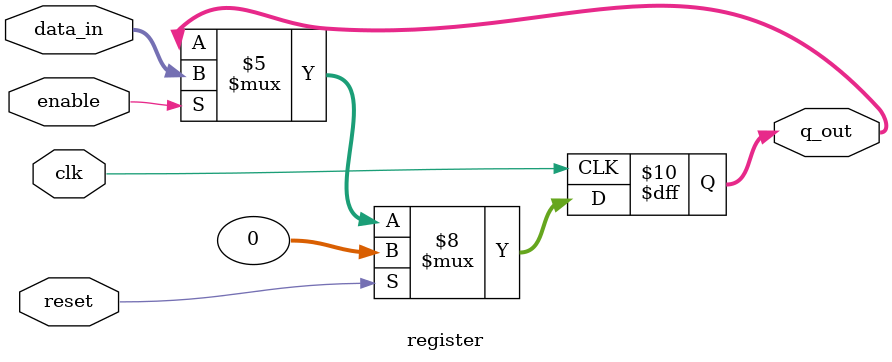
<source format=v>
module register #(parameter W = 32, parameter D = 0)(input clk, input reset, input [W-1:0] data_in, 
		output reg [W-1:0] q_out, input enable);

always@(posedge clk)
	if (reset == 1'b1) begin
		q_out <= D;
	end else begin
		if (enable == 1'b1) begin
			q_out <= data_in;
		end else begin
			q_out <= q_out;
		end
	end

endmodule
</source>
